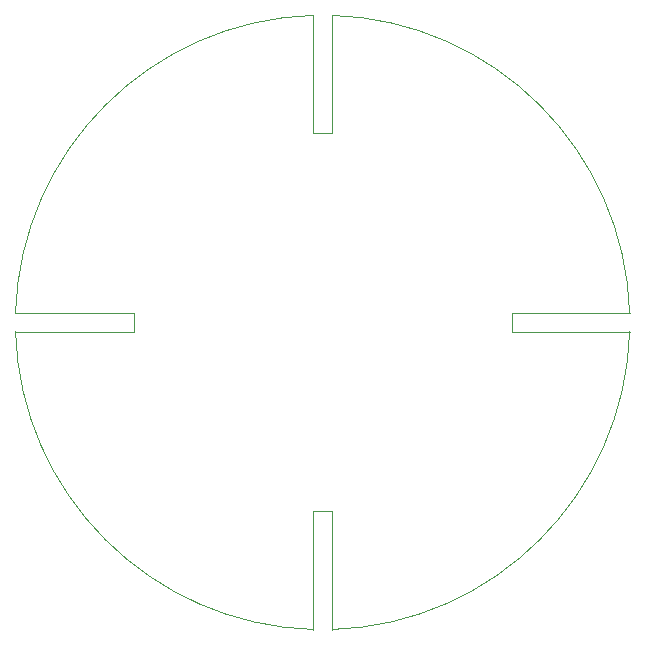
<source format=gbr>
G04 #@! TF.GenerationSoftware,KiCad,Pcbnew,(5.1.6)-1*
G04 #@! TF.CreationDate,2020-10-20T16:42:45-05:00*
G04 #@! TF.ProjectId,quad-slot-hub,71756164-2d73-46c6-9f74-2d6875622e6b,rev?*
G04 #@! TF.SameCoordinates,Original*
G04 #@! TF.FileFunction,Profile,NP*
%FSLAX46Y46*%
G04 Gerber Fmt 4.6, Leading zero omitted, Abs format (unit mm)*
G04 Created by KiCad (PCBNEW (5.1.6)-1) date 2020-10-20 16:42:45*
%MOMM*%
%LPD*%
G01*
G04 APERTURE LIST*
G04 #@! TA.AperFunction,Profile*
%ADD10C,0.020000*%
G04 #@! TD*
G04 APERTURE END LIST*
D10*
X800000Y16000000D02*
X-800000Y16000000D01*
X-16000000Y800000D02*
X-16000000Y-800000D01*
X800000Y-16000000D02*
X-800000Y-16000000D01*
X16000000Y800000D02*
X16000000Y-800000D01*
X26000344Y-788754D02*
G75*
G02*
X800000Y-26000000I-26000344J788754D01*
G01*
X-788754Y-26000344D02*
G75*
G02*
X-26000000Y-800000I788754J26000344D01*
G01*
X-788754Y26000344D02*
G75*
G03*
X-26000000Y800000I788754J-26000344D01*
G01*
X788754Y26000344D02*
G75*
G02*
X26000000Y800000I-788754J-26000344D01*
G01*
X-16000000Y800000D02*
X-26000000Y800000D01*
X-16000000Y-800000D02*
X-26000000Y-800000D01*
X16000000Y-800000D02*
X26000000Y-800000D01*
X16000000Y800000D02*
X26000000Y800000D01*
X-800000Y-16000000D02*
X-800000Y-26000000D01*
X800000Y-16000000D02*
X800000Y-26000000D01*
X-800000Y16000000D02*
X-800000Y26000000D01*
X800000Y16000000D02*
X800000Y26000000D01*
M02*

</source>
